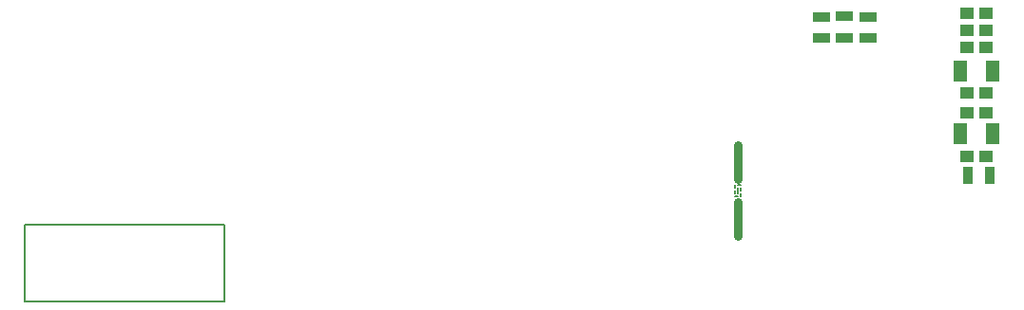
<source format=gbp>
G04*
G04 #@! TF.GenerationSoftware,Altium Limited,Altium Designer,21.6.4 (81)*
G04*
G04 Layer_Color=128*
%FSLAX25Y25*%
%MOIN*%
G70*
G04*
G04 #@! TF.SameCoordinates,B0EADD32-72DF-464D-AA4A-4A4E6069522B*
G04*
G04*
G04 #@! TF.FilePolarity,Positive*
G04*
G01*
G75*
%ADD17C,0.00500*%
%ADD18C,0.03000*%
%ADD23R,0.04543X0.07299*%
%ADD24R,0.04937X0.04150*%
%ADD27R,0.06118X0.03756*%
%ADD28R,0.03756X0.06118*%
D17*
X78000Y45000D02*
X148000D01*
Y18000D02*
Y45000D01*
X78000Y18000D02*
X148000D01*
X78000D02*
Y45000D01*
X328000Y56000D02*
Y57000D01*
Y58000D01*
Y59000D02*
X329000D01*
Y57000D02*
Y58000D01*
Y55000D02*
Y56000D01*
X327000Y55000D02*
X328000D01*
X327000Y56000D02*
Y57000D01*
Y58000D02*
Y59000D01*
D18*
X328000Y41000D02*
Y53000D01*
Y61000D02*
Y73000D01*
D23*
X405866Y99260D02*
D03*
X417284D02*
D03*
X405866Y77020D02*
D03*
X417284D02*
D03*
D24*
X414793Y91340D02*
D03*
X408356D02*
D03*
Y84500D02*
D03*
X414793D02*
D03*
X414793Y113610D02*
D03*
X408357D02*
D03*
X414793Y69300D02*
D03*
X408357D02*
D03*
X408356Y107530D02*
D03*
X414793D02*
D03*
X414793Y119550D02*
D03*
X408357D02*
D03*
D27*
X357110Y118310D02*
D03*
Y110830D02*
D03*
X365130Y110870D02*
D03*
Y118350D02*
D03*
X373660Y110800D02*
D03*
Y118280D02*
D03*
D28*
X408560Y62390D02*
D03*
X416040D02*
D03*
M02*

</source>
